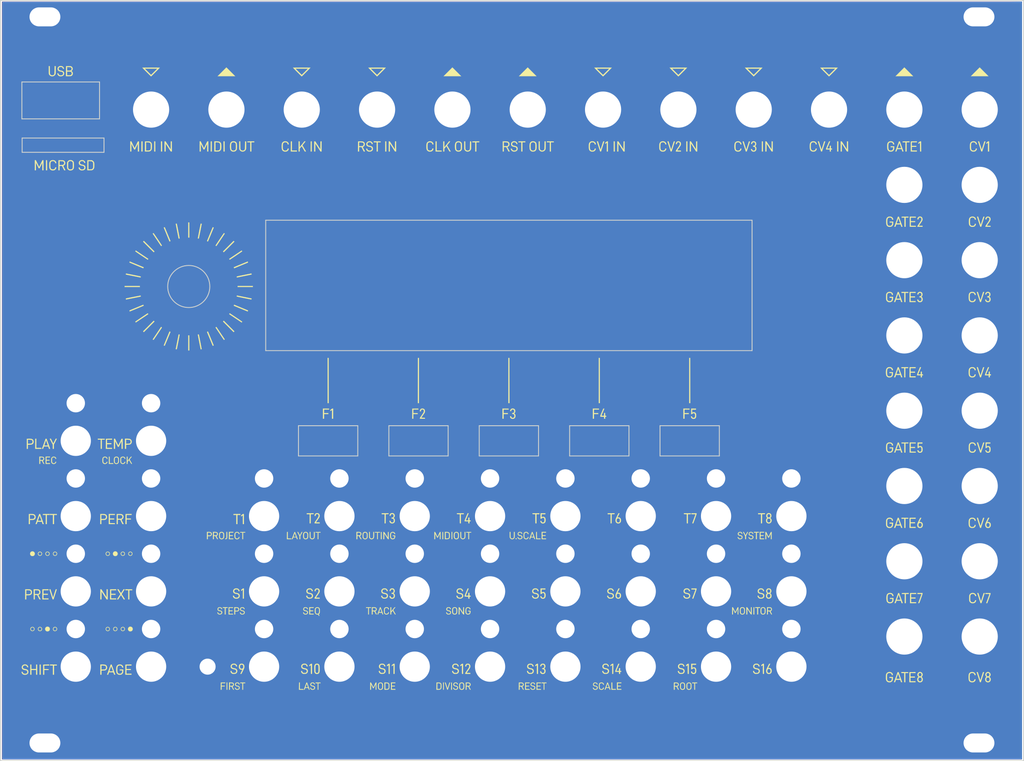
<source format=kicad_pcb>
(kicad_pcb (version 20171130) (host pcbnew "(5.1.4-0)")
  (layers (0 F.Cu signal hide) (31 B.Cu signal hide) (34 B.Paste user) (35 F.Paste user) (36 B.SilkS user) (37 F.SilkS user) (38 B.Mask user) (39 F.Mask user) (44 Edge.Cuts user))
  (net 0 "")
  (module frontpanel:frontpanel (layer F.Cu) (at 162.45 91.44)
    (fp_text reference G*** hide)
    (fp_text value LOGO hide)
  )
  (module w_frontpanel:TL1105_1R_FP (layer F.Cu) (at 88.9 101.6 90)
    (fp_text reference PLAY hide)
    (fp_text value TL1105T)
    (pad "" np_thru_hole circle (at 0 0 90) (size 5.1 5.1) (drill 5.1) (layers *.Cu *.Mask))
  )
  (module w_frontpanel:TL1105_1R_FP (layer F.Cu) (at 101.6 101.6 90)
    (fp_text reference BPM hide)
    (fp_text value TL1105T)
    (pad "" np_thru_hole circle (at 0 0 90) (size 5.1 5.1) (drill 5.1) (layers *.Cu *.Mask))
  )
  (module w_frontpanel:TL1105_1R_FP (layer F.Cu) (at 88.9 114.3 90)
    (fp_text reference PERF hide)
    (fp_text value TL1105T)
    (pad "" np_thru_hole circle (at 0 0 90) (size 5.1 5.1) (drill 5.1) (layers *.Cu *.Mask))
  )
  (module w_frontpanel:TL1105_1R_FP (layer F.Cu) (at 101.6 114.3 90)
    (fp_text reference PATT hide)
    (fp_text value TL1105T)
    (pad "" np_thru_hole circle (at 0 0 90) (size 5.1 5.1) (drill 5.1) (layers *.Cu *.Mask))
  )
  (module w_frontpanel:TL1105_1R_FP (layer F.Cu) (at 88.9 127 90)
    (fp_text reference << hide)
    (fp_text value TL1105T)
    (pad "" np_thru_hole circle (at 0 0 90) (size 5.1 5.1) (drill 5.1) (layers *.Cu *.Mask))
  )
  (module w_frontpanel:TL1105_1R_FP (layer F.Cu) (at 101.6 127 90)
    (fp_text reference >> hide)
    (fp_text value TL1105T)
    (pad "" np_thru_hole circle (at 0 0 90) (size 5.1 5.1) (drill 5.1) (layers *.Cu *.Mask))
  )
  (module w_frontpanel:TL1105_1R_FP (layer F.Cu) (at 88.9 139.7 90)
    (fp_text reference SHIFT hide)
    (fp_text value TL1105T)
    (pad "" np_thru_hole circle (at 0 0 90) (size 5.1 5.1) (drill 5.1) (layers *.Cu *.Mask))
  )
  (module w_frontpanel:TL1105_1R_FP (layer F.Cu) (at 101.6 139.7 90)
    (fp_text reference PAGE hide)
    (fp_text value TL1105T)
    (pad "" np_thru_hole circle (at 0 0 90) (size 5.1 5.1) (drill 5.1) (layers *.Cu *.Mask))
  )
  (module w_frontpanel:TL1105_1R_FP (layer F.Cu) (at 120.65 114.3 90)
    (fp_text reference SW317 hide)
    (fp_text value TL1105T)
    (pad "" np_thru_hole circle (at 0 0 90) (size 5.1 5.1) (drill 5.1) (layers *.Cu *.Mask))
  )
  (module w_frontpanel:TL1105_1R_FP (layer F.Cu) (at 133.35 114.3 90)
    (fp_text reference SW318 hide)
    (fp_text value TL1105T)
    (pad "" np_thru_hole circle (at 0 0 90) (size 5.1 5.1) (drill 5.1) (layers *.Cu *.Mask))
  )
  (module w_frontpanel:TL1105_1R_FP (layer F.Cu) (at 146.05 114.3 90)
    (fp_text reference SW319 hide)
    (fp_text value TL1105T)
    (pad "" np_thru_hole circle (at 0 0 90) (size 5.1 5.1) (drill 5.1) (layers *.Cu *.Mask))
  )
  (module w_frontpanel:TL1105_1R_FP (layer F.Cu) (at 158.75 114.3 90)
    (fp_text reference SW320 hide)
    (fp_text value TL1105T)
    (pad "" np_thru_hole circle (at 0 0 90) (size 5.1 5.1) (drill 5.1) (layers *.Cu *.Mask))
  )
  (module w_frontpanel:TL1105_1R_FP (layer F.Cu) (at 171.45 114.3 90)
    (fp_text reference SW321 hide)
    (fp_text value TL1105T)
    (pad "" np_thru_hole circle (at 0 0 90) (size 5.1 5.1) (drill 5.1) (layers *.Cu *.Mask))
  )
  (module w_frontpanel:TL1105_1R_FP (layer F.Cu) (at 184.15 114.3 90)
    (fp_text reference SW322 hide)
    (fp_text value TL1105T)
    (pad "" np_thru_hole circle (at 0 0 90) (size 5.1 5.1) (drill 5.1) (layers *.Cu *.Mask))
  )
  (module w_frontpanel:TL1105_1R_FP (layer F.Cu) (at 196.85 114.3 90)
    (fp_text reference SW323 hide)
    (fp_text value TL1105T)
    (pad "" np_thru_hole circle (at 0 0 90) (size 5.1 5.1) (drill 5.1) (layers *.Cu *.Mask))
  )
  (module w_frontpanel:TL1105_1R_FP (layer F.Cu) (at 209.55 114.3 90)
    (fp_text reference SW324 hide)
    (fp_text value TL1105T)
    (pad "" np_thru_hole circle (at 0 0 90) (size 5.1 5.1) (drill 5.1) (layers *.Cu *.Mask))
  )
  (module w_frontpanel:TL1105_1R_FP (layer F.Cu) (at 120.65 127 90)
    (fp_text reference SW325 hide)
    (fp_text value TL1105T)
    (pad "" np_thru_hole circle (at 0 0 90) (size 5.1 5.1) (drill 5.1) (layers *.Cu *.Mask))
  )
  (module w_frontpanel:TL1105_1R_FP (layer F.Cu) (at 133.35 127 90)
    (fp_text reference SW326 hide)
    (fp_text value TL1105T)
    (pad "" np_thru_hole circle (at 0 0 90) (size 5.1 5.1) (drill 5.1) (layers *.Cu *.Mask))
  )
  (module w_frontpanel:TL1105_1R_FP (layer F.Cu) (at 146.05 127 90)
    (fp_text reference SW327 hide)
    (fp_text value TL1105T)
    (pad "" np_thru_hole circle (at 0 0 90) (size 5.1 5.1) (drill 5.1) (layers *.Cu *.Mask))
  )
  (module w_frontpanel:TL1105_1R_FP (layer F.Cu) (at 158.75 127 90)
    (fp_text reference SW328 hide)
    (fp_text value TL1105T)
    (pad "" np_thru_hole circle (at 0 0 90) (size 5.1 5.1) (drill 5.1) (layers *.Cu *.Mask))
  )
  (module w_frontpanel:TL1105_1R_FP (layer F.Cu) (at 171.45 127 90)
    (fp_text reference SW329 hide)
    (fp_text value TL1105T)
    (pad "" np_thru_hole circle (at 0 0 90) (size 5.1 5.1) (drill 5.1) (layers *.Cu *.Mask))
  )
  (module w_frontpanel:TL1105_1R_FP (layer F.Cu) (at 184.15 127 90)
    (fp_text reference SW330 hide)
    (fp_text value TL1105T)
    (pad "" np_thru_hole circle (at 0 0 90) (size 5.1 5.1) (drill 5.1) (layers *.Cu *.Mask))
  )
  (module w_frontpanel:TL1105_1R_FP (layer F.Cu) (at 196.85 127 90)
    (fp_text reference SW331 hide)
    (fp_text value TL1105T)
    (pad "" np_thru_hole circle (at 0 0 90) (size 5.1 5.1) (drill 5.1) (layers *.Cu *.Mask))
  )
  (module w_frontpanel:TL1105_1R_FP (layer F.Cu) (at 209.55 127 90)
    (fp_text reference SW332 hide)
    (fp_text value TL1105T)
    (pad "" np_thru_hole circle (at 0 0 90) (size 5.1 5.1) (drill 5.1) (layers *.Cu *.Mask))
  )
  (module w_frontpanel:TL1105_1R_FP (layer F.Cu) (at 120.65 139.7 90)
    (fp_text reference SW333 hide)
    (fp_text value TL1105T)
    (pad "" np_thru_hole circle (at 0 0 90) (size 5.1 5.1) (drill 5.1) (layers *.Cu *.Mask))
  )
  (module w_frontpanel:TL1105_1R_FP (layer F.Cu) (at 133.35 139.7 90)
    (fp_text reference SW334 hide)
    (fp_text value TL1105T)
    (pad "" np_thru_hole circle (at 0 0 90) (size 5.1 5.1) (drill 5.1) (layers *.Cu *.Mask))
  )
  (module w_frontpanel:TL1105_1R_FP (layer F.Cu) (at 146.05 139.7 90)
    (fp_text reference SW335 hide)
    (fp_text value TL1105T)
    (pad "" np_thru_hole circle (at 0 0 90) (size 5.1 5.1) (drill 5.1) (layers *.Cu *.Mask))
  )
  (module w_frontpanel:TL1105_1R_FP (layer F.Cu) (at 158.75 139.7 90)
    (fp_text reference SW336 hide)
    (fp_text value TL1105T)
    (pad "" np_thru_hole circle (at 0 0 90) (size 5.1 5.1) (drill 5.1) (layers *.Cu *.Mask))
  )
  (module w_frontpanel:TL1105_1R_FP (layer F.Cu) (at 171.45 139.7 90)
    (fp_text reference SW337 hide)
    (fp_text value TL1105T)
    (pad "" np_thru_hole circle (at 0 0 90) (size 5.1 5.1) (drill 5.1) (layers *.Cu *.Mask))
  )
  (module w_frontpanel:TL1105_1R_FP (layer F.Cu) (at 184.15 139.7 90)
    (fp_text reference SW338 hide)
    (fp_text value TL1105T)
    (pad "" np_thru_hole circle (at 0 0 90) (size 5.1 5.1) (drill 5.1) (layers *.Cu *.Mask))
  )
  (module w_frontpanel:TL1105_1R_FP (layer F.Cu) (at 196.85 139.7 90)
    (fp_text reference SW339 hide)
    (fp_text value TL1105T)
    (pad "" np_thru_hole circle (at 0 0 90) (size 5.1 5.1) (drill 5.1) (layers *.Cu *.Mask))
  )
  (module w_frontpanel:TL1105_1R_FP (layer F.Cu) (at 209.55 139.7 90)
    (fp_text reference SW340 hide)
    (fp_text value TL1105T)
    (pad "" np_thru_hole circle (at 0 0 90) (size 5.1 5.1) (drill 5.1) (layers *.Cu *.Mask))
  )
  (module w_frontpanel:WP115VEGW_FP (layer F.Cu) (at 209.55 133.35)
    (fp_text reference LED432 hide)
    (fp_text value WP115VEGW)
    (pad "" np_thru_hole circle (at 0 0) (size 3.1 3.1) (drill 3.1) (layers *.Cu *.Mask))
  )
  (module w_frontpanel:WP115VEGW_FP (layer F.Cu) (at 196.85 133.35)
    (fp_text reference LED431 hide)
    (fp_text value WP115VEGW)
    (pad "" np_thru_hole circle (at 0 0) (size 3.1 3.1) (drill 3.1) (layers *.Cu *.Mask))
  )
  (module w_frontpanel:WP115VEGW_FP (layer F.Cu) (at 184.15 133.35)
    (fp_text reference LED430 hide)
    (fp_text value WP115VEGW)
    (pad "" np_thru_hole circle (at 0 0) (size 3.1 3.1) (drill 3.1) (layers *.Cu *.Mask))
  )
  (module w_frontpanel:WP115VEGW_FP (layer F.Cu) (at 171.45 133.35)
    (fp_text reference LED429 hide)
    (fp_text value WP115VEGW)
    (pad "" np_thru_hole circle (at 0 0) (size 3.1 3.1) (drill 3.1) (layers *.Cu *.Mask))
  )
  (module w_frontpanel:WP115VEGW_FP (layer F.Cu) (at 158.75 133.35)
    (fp_text reference LED428 hide)
    (fp_text value WP115VEGW)
    (pad "" np_thru_hole circle (at 0 0) (size 3.1 3.1) (drill 3.1) (layers *.Cu *.Mask))
  )
  (module w_frontpanel:WP115VEGW_FP (layer F.Cu) (at 146.05 133.35)
    (fp_text reference LED427 hide)
    (fp_text value WP115VEGW)
    (pad "" np_thru_hole circle (at 0 0) (size 3.1 3.1) (drill 3.1) (layers *.Cu *.Mask))
  )
  (module w_frontpanel:WP115VEGW_FP (layer F.Cu) (at 133.35 133.35)
    (fp_text reference LED426 hide)
    (fp_text value WP115VEGW)
    (pad "" np_thru_hole circle (at 0 0) (size 3.1 3.1) (drill 3.1) (layers *.Cu *.Mask))
  )
  (module w_frontpanel:WP115VEGW_FP (layer F.Cu) (at 120.65 133.35)
    (fp_text reference LED425 hide)
    (fp_text value WP115VEGW)
    (pad "" np_thru_hole circle (at 0 0) (size 3.1 3.1) (drill 3.1) (layers *.Cu *.Mask))
  )
  (module w_frontpanel:WP115VEGW_FP (layer F.Cu) (at 209.55 120.65)
    (fp_text reference LED424 hide)
    (fp_text value WP115VEGW)
    (pad "" np_thru_hole circle (at 0 0) (size 3.1 3.1) (drill 3.1) (layers *.Cu *.Mask))
  )
  (module w_frontpanel:WP115VEGW_FP (layer F.Cu) (at 196.85 120.65)
    (fp_text reference LED423 hide)
    (fp_text value WP115VEGW)
    (pad "" np_thru_hole circle (at 0 0) (size 3.1 3.1) (drill 3.1) (layers *.Cu *.Mask))
  )
  (module w_frontpanel:WP115VEGW_FP (layer F.Cu) (at 184.15 120.65)
    (fp_text reference LED422 hide)
    (fp_text value WP115VEGW)
    (pad "" np_thru_hole circle (at 0 0) (size 3.1 3.1) (drill 3.1) (layers *.Cu *.Mask))
  )
  (module w_frontpanel:WP115VEGW_FP (layer F.Cu) (at 171.45 120.65)
    (fp_text reference LED421 hide)
    (fp_text value WP115VEGW)
    (pad "" np_thru_hole circle (at 0 0) (size 3.1 3.1) (drill 3.1) (layers *.Cu *.Mask))
  )
  (module w_frontpanel:WP115VEGW_FP (layer F.Cu) (at 158.75 120.65)
    (fp_text reference LED420 hide)
    (fp_text value WP115VEGW)
    (pad "" np_thru_hole circle (at 0 0) (size 3.1 3.1) (drill 3.1) (layers *.Cu *.Mask))
  )
  (module w_frontpanel:WP115VEGW_FP (layer F.Cu) (at 146.05 120.65)
    (fp_text reference LED419 hide)
    (fp_text value WP115VEGW)
    (pad "" np_thru_hole circle (at 0 0) (size 3.1 3.1) (drill 3.1) (layers *.Cu *.Mask))
  )
  (module w_frontpanel:WP115VEGW_FP (layer F.Cu) (at 133.35 120.65)
    (fp_text reference LED418 hide)
    (fp_text value WP115VEGW)
    (pad "" np_thru_hole circle (at 0 0) (size 3.1 3.1) (drill 3.1) (layers *.Cu *.Mask))
  )
  (module w_frontpanel:WP115VEGW_FP (layer F.Cu) (at 120.65 120.65)
    (fp_text reference LED417 hide)
    (fp_text value WP115VEGW)
    (pad "" np_thru_hole circle (at 0 0) (size 3.1 3.1) (drill 3.1) (layers *.Cu *.Mask))
  )
  (module w_frontpanel:WP115VEGW_FP (layer F.Cu) (at 209.55 107.95)
    (fp_text reference LED416 hide)
    (fp_text value WP115VEGW)
    (pad "" np_thru_hole circle (at 0 0) (size 3.1 3.1) (drill 3.1) (layers *.Cu *.Mask))
  )
  (module w_frontpanel:WP115VEGW_FP (layer F.Cu) (at 196.85 107.95)
    (fp_text reference LED415 hide)
    (fp_text value WP115VEGW)
    (pad "" np_thru_hole circle (at 0 0) (size 3.1 3.1) (drill 3.1) (layers *.Cu *.Mask))
  )
  (module w_frontpanel:WP115VEGW_FP (layer F.Cu) (at 184.15 107.95)
    (fp_text reference LED414 hide)
    (fp_text value WP115VEGW)
    (pad "" np_thru_hole circle (at 0 0) (size 3.1 3.1) (drill 3.1) (layers *.Cu *.Mask))
  )
  (module w_frontpanel:WP115VEGW_FP (layer F.Cu) (at 171.45 107.95)
    (fp_text reference LED413 hide)
    (fp_text value WP115VEGW)
    (pad "" np_thru_hole circle (at 0 0) (size 3.1 3.1) (drill 3.1) (layers *.Cu *.Mask))
  )
  (module w_frontpanel:WP115VEGW_FP (layer F.Cu) (at 158.75 107.95)
    (fp_text reference LED412 hide)
    (fp_text value WP115VEGW)
    (pad "" np_thru_hole circle (at 0 0) (size 3.1 3.1) (drill 3.1) (layers *.Cu *.Mask))
  )
  (module w_frontpanel:WP115VEGW_FP (layer F.Cu) (at 146.05 107.95)
    (fp_text reference LED411 hide)
    (fp_text value WP115VEGW)
    (pad "" np_thru_hole circle (at 0 0) (size 3.1 3.1) (drill 3.1) (layers *.Cu *.Mask))
  )
  (module w_frontpanel:WP115VEGW_FP (layer F.Cu) (at 133.35 107.95)
    (fp_text reference LED410 hide)
    (fp_text value WP115VEGW)
    (pad "" np_thru_hole circle (at 0 0) (size 3.1 3.1) (drill 3.1) (layers *.Cu *.Mask))
  )
  (module w_frontpanel:WP115VEGW_FP (layer F.Cu) (at 120.65 107.95)
    (fp_text reference LED409 hide)
    (fp_text value WP115VEGW)
    (pad "" np_thru_hole circle (at 0 0) (size 3.1 3.1) (drill 3.1) (layers *.Cu *.Mask))
  )
  (module w_frontpanel:WP115VEGW_FP (layer F.Cu) (at 101.6 133.35)
    (fp_text reference LED408 hide)
    (fp_text value WP115VEGW)
    (pad "" np_thru_hole circle (at 0 0) (size 3.1 3.1) (drill 3.1) (layers *.Cu *.Mask))
  )
  (module w_frontpanel:WP115VEGW_FP (layer F.Cu) (at 88.9 133.35)
    (fp_text reference LED407 hide)
    (fp_text value WP115VEGW)
    (pad "" np_thru_hole circle (at 0 0) (size 3.1 3.1) (drill 3.1) (layers *.Cu *.Mask))
  )
  (module w_frontpanel:WP115VEGW_FP (layer F.Cu) (at 101.6 120.65)
    (fp_text reference LED406 hide)
    (fp_text value WP115VEGW)
    (pad "" np_thru_hole circle (at 0 0) (size 3.1 3.1) (drill 3.1) (layers *.Cu *.Mask))
  )
  (module w_frontpanel:WP115VEGW_FP (layer F.Cu) (at 88.9 120.65)
    (fp_text reference LED405 hide)
    (fp_text value WP115VEGW)
    (pad "" np_thru_hole circle (at 0 0) (size 3.1 3.1) (drill 3.1) (layers *.Cu *.Mask))
  )
  (module w_frontpanel:WP115VEGW_FP (layer F.Cu) (at 101.6 107.95)
    (fp_text reference LED404 hide)
    (fp_text value WP115VEGW)
    (pad "" np_thru_hole circle (at 0 0) (size 3.1 3.1) (drill 3.1) (layers *.Cu *.Mask))
  )
  (module w_frontpanel:WP115VEGW_FP (layer F.Cu) (at 88.9 107.95)
    (fp_text reference LED403 hide)
    (fp_text value WP115VEGW)
    (pad "" np_thru_hole circle (at 0 0) (size 3.1 3.1) (drill 3.1) (layers *.Cu *.Mask))
  )
  (module w_frontpanel:WP115VEGW_FP (layer F.Cu) (at 101.6 95.25)
    (fp_text reference LED402 hide)
    (fp_text value WP115VEGW)
    (pad "" np_thru_hole circle (at 0 0) (size 3.1 3.1) (drill 3.1) (layers *.Cu *.Mask))
  )
  (module w_frontpanel:WP115VEGW_FP (layer F.Cu) (at 88.9 95.25)
    (fp_text reference LED401 hide)
    (fp_text value WP115VEGW)
    (pad "" np_thru_hole circle (at 0 0) (size 3.1 3.1) (drill 3.1) (layers *.Cu *.Mask))
  )
  (module w_frontpanel:ALPS_STEC12E08_FP (layer F.Cu) (at 107.95 75.565)
    (fp_text reference ENC101 hide)
    (fp_text value ALPS-STEC12E08 hide)
    (fp_circle (center 0 0) (end 3.55 0) (layer Edge.Cuts) (width 0.15))
  )
  (module w_frontpanel:PJ301BM_FP (layer F.Cu) (at 127 45.72 180)
    (fp_text reference J603 hide)
    (fp_text value PJ301BM)
    (pad "" np_thru_hole circle (at 0 0 180) (size 6.1 6.1) (drill 6.1) (layers *.Cu *.Mask))
  )
  (module w_frontpanel:PJ301BM_FP (layer F.Cu) (at 152.4 45.72 180)
    (fp_text reference J605 hide)
    (fp_text value PJ301BM)
    (pad "" np_thru_hole circle (at 0 0 180) (size 6.1 6.1) (drill 6.1) (layers *.Cu *.Mask))
  )
  (module w_frontpanel:PJ301BM_FP (layer F.Cu) (at 241.3 45.72 180)
    (fp_text reference J611 hide)
    (fp_text value PJ301BM)
    (pad "" np_thru_hole circle (at 0 0 180) (size 6.1 6.1) (drill 6.1) (layers *.Cu *.Mask))
  )
  (module w_frontpanel:PJ301BM_FP (layer F.Cu) (at 241.3 58.42 180)
    (fp_text reference J612 hide)
    (fp_text value PJ301BM)
    (pad "" np_thru_hole circle (at 0 0 180) (size 6.1 6.1) (drill 6.1) (layers *.Cu *.Mask))
  )
  (module w_frontpanel:PJ301BM_FP (layer F.Cu) (at 241.3 71.12 180)
    (fp_text reference J613 hide)
    (fp_text value PJ301BM)
    (pad "" np_thru_hole circle (at 0 0 180) (size 6.1 6.1) (drill 6.1) (layers *.Cu *.Mask))
  )
  (module w_frontpanel:PJ301BM_FP (layer F.Cu) (at 241.3 83.82 180)
    (fp_text reference J614 hide)
    (fp_text value PJ301BM)
    (pad "" np_thru_hole circle (at 0 0 180) (size 6.1 6.1) (drill 6.1) (layers *.Cu *.Mask))
  )
  (module w_frontpanel:PJ301BM_FP (layer F.Cu) (at 241.3 96.52 180)
    (fp_text reference J615 hide)
    (fp_text value PJ301BM)
    (pad "" np_thru_hole circle (at 0 0 180) (size 6.1 6.1) (drill 6.1) (layers *.Cu *.Mask))
  )
  (module w_frontpanel:PJ301BM_FP (layer F.Cu) (at 241.3 109.22 180)
    (fp_text reference J616 hide)
    (fp_text value PJ301BM)
    (pad "" np_thru_hole circle (at 0 0 180) (size 6.1 6.1) (drill 6.1) (layers *.Cu *.Mask))
  )
  (module w_frontpanel:PJ301BM_FP (layer F.Cu) (at 241.3 121.92 180)
    (fp_text reference J617 hide)
    (fp_text value PJ301BM)
    (pad "" np_thru_hole circle (at 0 0 180) (size 6.1 6.1) (drill 6.1) (layers *.Cu *.Mask))
  )
  (module w_frontpanel:PJ301BM_FP (layer F.Cu) (at 241.3 134.62 180)
    (fp_text reference J618 hide)
    (fp_text value PJ301BM)
    (pad "" np_thru_hole circle (at 0 0 180) (size 6.1 6.1) (drill 6.1) (layers *.Cu *.Mask))
  )
  (module w_frontpanel:PJ301BM_FP (layer F.Cu) (at 177.8 45.72 180)
    (fp_text reference J607 hide)
    (fp_text value PJ301BM)
    (pad "" np_thru_hole circle (at 0 0 180) (size 6.1 6.1) (drill 6.1) (layers *.Cu *.Mask))
  )
  (module w_frontpanel:PJ301BM_FP (layer F.Cu) (at 190.5 45.72 180)
    (fp_text reference J608 hide)
    (fp_text value PJ301BM)
    (pad "" np_thru_hole circle (at 0 0 180) (size 6.1 6.1) (drill 6.1) (layers *.Cu *.Mask))
  )
  (module w_frontpanel:PJ301BM_FP (layer F.Cu) (at 203.2 45.72 180)
    (fp_text reference J609 hide)
    (fp_text value PJ301BM)
    (pad "" np_thru_hole circle (at 0 0 180) (size 6.1 6.1) (drill 6.1) (layers *.Cu *.Mask))
  )
  (module w_frontpanel:PJ301BM_FP (layer F.Cu) (at 215.9 45.72 180)
    (fp_text reference J610 hide)
    (fp_text value PJ301BM)
    (pad "" np_thru_hole circle (at 0 0 180) (size 6.1 6.1) (drill 6.1) (layers *.Cu *.Mask))
  )
  (module w_frontpanel:PJ301BM_FP (layer F.Cu) (at 228.6 45.72 180)
    (fp_text reference J619 hide)
    (fp_text value PJ301BM)
    (pad "" np_thru_hole circle (at 0 0 180) (size 6.1 6.1) (drill 6.1) (layers *.Cu *.Mask))
  )
  (module w_frontpanel:PJ301BM_FP (layer F.Cu) (at 228.6 58.42 180)
    (fp_text reference J620 hide)
    (fp_text value PJ301BM)
    (pad "" np_thru_hole circle (at 0 0 180) (size 6.1 6.1) (drill 6.1) (layers *.Cu *.Mask))
  )
  (module w_frontpanel:PJ301BM_FP (layer F.Cu) (at 228.6 71.12 180)
    (fp_text reference J621 hide)
    (fp_text value PJ301BM)
    (pad "" np_thru_hole circle (at 0 0 180) (size 6.1 6.1) (drill 6.1) (layers *.Cu *.Mask))
  )
  (module w_frontpanel:PJ301BM_FP (layer F.Cu) (at 228.6 83.82 180)
    (fp_text reference J622 hide)
    (fp_text value PJ301BM)
    (pad "" np_thru_hole circle (at 0 0 180) (size 6.1 6.1) (drill 6.1) (layers *.Cu *.Mask))
  )
  (module w_frontpanel:PJ301BM_FP (layer F.Cu) (at 228.6 96.52 180)
    (fp_text reference J623 hide)
    (fp_text value PJ301BM)
    (pad "" np_thru_hole circle (at 0 0 180) (size 6.1 6.1) (drill 6.1) (layers *.Cu *.Mask))
  )
  (module w_frontpanel:PJ301BM_FP (layer F.Cu) (at 228.6 109.22 180)
    (fp_text reference J624 hide)
    (fp_text value PJ301BM)
    (pad "" np_thru_hole circle (at 0 0 180) (size 6.1 6.1) (drill 6.1) (layers *.Cu *.Mask))
  )
  (module w_frontpanel:PJ301BM_FP (layer F.Cu) (at 228.6 121.92 180)
    (fp_text reference J625 hide)
    (fp_text value PJ301BM)
    (pad "" np_thru_hole circle (at 0 0 180) (size 6.1 6.1) (drill 6.1) (layers *.Cu *.Mask))
  )
  (module w_frontpanel:PJ301BM_FP (layer F.Cu) (at 228.6 134.62 180)
    (fp_text reference J626 hide)
    (fp_text value PJ301BM)
    (pad "" np_thru_hole circle (at 0 0 180) (size 6.1 6.1) (drill 6.1) (layers *.Cu *.Mask))
  )
  (module w_frontpanel:PJ301BM_FP (layer F.Cu) (at 139.7 45.72 180)
    (fp_text reference J604 hide)
    (fp_text value PJ301BM)
    (pad "" np_thru_hole circle (at 0 0 180) (size 6.1 6.1) (drill 6.1) (layers *.Cu *.Mask))
  )
  (module w_frontpanel:PJ301BM_FP (layer F.Cu) (at 165.1 45.72 180)
    (fp_text reference J606 hide)
    (fp_text value PJ301BM)
    (pad "" np_thru_hole circle (at 0 0 180) (size 6.1 6.1) (drill 6.1) (layers *.Cu *.Mask))
  )
  (module w_frontpanel:NHD-3.12-25664UC_FP (layer F.Cu) (at 117.325 53.38)
    (fp_text reference JP102 hide)
    (fp_text value NHD-3.12-25664UC)
    (fp_line (start 3.6 11) (end 85.6 11) (layer Edge.Cuts) (width 0.15))
    (fp_line (start 85.6 11) (end 85.6 33) (layer Edge.Cuts) (width 0.15))
    (fp_line (start 3.6 33) (end 85.6 33) (layer Edge.Cuts) (width 0.15))
    (fp_line (start 3.6 11) (end 3.6 33) (layer Edge.Cuts) (width 0.15))
  )
  (module w_frontpanel:TL1105_1D_FP (layer F.Cu) (at 131.445 101.6 180)
    (fp_text reference SW301 hide)
    (fp_text value TL1105T)
    (fp_line (start -5 2.55) (end -5 -2.55) (layer Edge.Cuts) (width 0.15))
    (fp_line (start -5 -2.55) (end 5 -2.55) (layer Edge.Cuts) (width 0.15))
    (fp_line (start 5 -2.55) (end 5 2.55) (layer Edge.Cuts) (width 0.15))
    (fp_line (start 5 2.55) (end -5 2.55) (layer Edge.Cuts) (width 0.15))
  )
  (module w_frontpanel:TL1105_1D_FP (layer F.Cu) (at 146.685 101.6 180)
    (fp_text reference SW302 hide)
    (fp_text value TL1105T)
    (fp_line (start -5 2.55) (end -5 -2.55) (layer Edge.Cuts) (width 0.15))
    (fp_line (start -5 -2.55) (end 5 -2.55) (layer Edge.Cuts) (width 0.15))
    (fp_line (start 5 -2.55) (end 5 2.55) (layer Edge.Cuts) (width 0.15))
    (fp_line (start 5 2.55) (end -5 2.55) (layer Edge.Cuts) (width 0.15))
  )
  (module w_frontpanel:TL1105_1D_FP (layer F.Cu) (at 161.925 101.6 180)
    (fp_text reference SW303 hide)
    (fp_text value TL1105T)
    (fp_line (start -5 2.55) (end -5 -2.55) (layer Edge.Cuts) (width 0.15))
    (fp_line (start -5 -2.55) (end 5 -2.55) (layer Edge.Cuts) (width 0.15))
    (fp_line (start 5 -2.55) (end 5 2.55) (layer Edge.Cuts) (width 0.15))
    (fp_line (start 5 2.55) (end -5 2.55) (layer Edge.Cuts) (width 0.15))
  )
  (module w_frontpanel:TL1105_1D_FP (layer F.Cu) (at 177.165 101.6 180)
    (fp_text reference SW304 hide)
    (fp_text value TL1105T)
    (fp_line (start -5 2.55) (end -5 -2.55) (layer Edge.Cuts) (width 0.15))
    (fp_line (start -5 -2.55) (end 5 -2.55) (layer Edge.Cuts) (width 0.15))
    (fp_line (start 5 -2.55) (end 5 2.55) (layer Edge.Cuts) (width 0.15))
    (fp_line (start 5 2.55) (end -5 2.55) (layer Edge.Cuts) (width 0.15))
  )
  (module w_frontpanel:TL1105_1D_FP (layer F.Cu) (at 192.405 101.6 180)
    (fp_text reference SW305 hide)
    (fp_text value TL1105T)
    (fp_line (start -5 2.55) (end -5 -2.55) (layer Edge.Cuts) (width 0.15))
    (fp_line (start -5 -2.55) (end 5 -2.55) (layer Edge.Cuts) (width 0.15))
    (fp_line (start 5 -2.55) (end 5 2.55) (layer Edge.Cuts) (width 0.15))
    (fp_line (start 5 2.55) (end -5 2.55) (layer Edge.Cuts) (width 0.15))
  )
  (module w_frontpanel:PJ301BM_FP (layer F.Cu) (at 101.6 45.72)
    (fp_text reference J601 hide)
    (fp_text value PJ301CM)
    (pad "" np_thru_hole circle (at 0 0) (size 6.1 6.1) (drill 6.1) (layers *.Cu *.Mask))
  )
  (module w_frontpanel:PJ301BM_FP (layer F.Cu) (at 114.3 45.72)
    (fp_text reference J602 hide)
    (fp_text value PJ301CM)
    (pad "" np_thru_hole circle (at 0 0) (size 6.1 6.1) (drill 6.1) (layers *.Cu *.Mask))
  )
  (module w_frontpanel:PJS008U-3000-0_FP_LARGER (layer F.Cu) (at 86.36 53.34 180)
    (fp_text reference JP103 hide)
    (fp_text value PJS008U-3000)
    (fp_line (start 6.5 0.42) (end 6.5 2.82) (layer Edge.Cuts) (width 0.15))
    (fp_line (start -7.3 0.42) (end 6.5 0.42) (layer Edge.Cuts) (width 0.15))
    (fp_line (start -7.3 2.82) (end 6.5 2.82) (layer Edge.Cuts) (width 0.15))
    (fp_line (start -7.3 0.42) (end -7.3 2.82) (layer Edge.Cuts) (width 0.15))
  )
  (module w_frontpanel:MOLEX_USB_105057_FP (layer F.Cu) (at 86.36 45.72)
    (fp_text reference JP101 hide)
    (fp_text value USB_A)
    (fp_line (start -6.55 -4.66) (end 6.55 -4.66) (layer Edge.Cuts) (width 0.15))
    (fp_line (start -6.55 1.56) (end 6.55 1.56) (layer Edge.Cuts) (width 0.15))
    (fp_line (start -6.55 -4.66) (end -6.55 1.56) (layer Edge.Cuts) (width 0.15))
    (fp_line (start 6.55 -4.66) (end 6.55 1.56) (layer Edge.Cuts) (width 0.15))
  )
  (module Mounting_Holes:MountingHole_2.2mm_M2_Pad (layer F.Cu) (at 111.125 139.7)
    (fp_text reference REF** hide)
    (fp_text value MountingHole_2.2mm_M2_Pad)
    (pad "" np_thru_hole circle (at 0 0) (size 2.7 2.7) (drill 2.7) (layers *.Cu *.Mask))
  )
  (module Mounting_Holes:MountingHole_3.2mm_M3 (layer F.Cu) (at 241.18 152.575)
    (fp_text reference REF** hide)
    (fp_text value MountingHole_3.2mm_M3)
    (pad "" np_thru_hole oval (at 0 0) (size 5.2 3.2) (drill oval 5.2 3.2) (layers *.Cu *.Mask))
  )
  (module Mounting_Holes:MountingHole_3.2mm_M3 (layer F.Cu) (at 241.18 30.075)
    (fp_text reference REF** hide)
    (fp_text value MountingHole_3.2mm_M3)
    (pad "" np_thru_hole oval (at 0 0) (size 5.2 3.2) (drill oval 5.2 3.2) (layers *.Cu *.Mask))
  )
  (module Mounting_Holes:MountingHole_3.2mm_M3 (layer F.Cu) (at 83.7 30.075)
    (fp_text reference REF** hide)
    (fp_text value MountingHole_3.2mm_M3)
    (pad "" np_thru_hole oval (at 0 0) (size 5.2 3.2) (drill oval 5.2 3.2) (layers *.Cu *.Mask))
  )
  (module Mounting_Holes:MountingHole_3.2mm_M3 (layer F.Cu) (at 83.7 152.575)
    (fp_text reference REF** hide)
    (fp_text value MountingHole_3.2mm_M3)
    (pad "" np_thru_hole oval (at 0 0) (size 5.2 3.2) (drill oval 5.2 3.2) (layers *.Cu *.Mask))
  )
  (gr_poly (pts (xy 76.5302 27.559) (xy 76.5302 155.2956) (xy 248.3866 155.2956) (xy 248.3866 27.5336) (xy 246.6086 27.559)) (layer B.Cu) (width 0.1))
  (gr_poly (pts (xy 76.5048 27.559) (xy 76.5048 155.2956) (xy 248.3612 155.2956) (xy 248.3612 27.5336) (xy 246.5832 27.559)) (layer F.Cu) (width 0.1))
  (gr_line (start 248.7 27.305) (end 76.2 27.305) (layer Edge.Cuts) (width 0.15))
  (gr_line (start 248.7 155.575) (end 248.7 27.305) (layer Edge.Cuts) (width 0.15))
  (gr_line (start 76.2 155.575) (end 248.7 155.575) (layer Edge.Cuts) (width 0.15))
  (gr_line (start 76.2 27.305) (end 76.2 155.575) (layer Edge.Cuts) (width 0.15))
)
</source>
